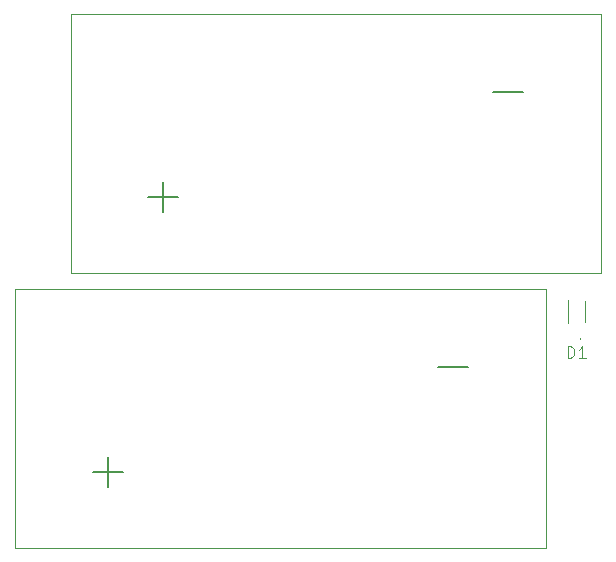
<source format=gbr>
%TF.GenerationSoftware,KiCad,Pcbnew,7.0.10*%
%TF.CreationDate,2024-04-17T22:45:22-04:00*%
%TF.ProjectId,pv1,7076312e-6b69-4636-9164-5f7063625858,rev?*%
%TF.SameCoordinates,Original*%
%TF.FileFunction,Legend,Top*%
%TF.FilePolarity,Positive*%
%FSLAX46Y46*%
G04 Gerber Fmt 4.6, Leading zero omitted, Abs format (unit mm)*
G04 Created by KiCad (PCBNEW 7.0.10) date 2024-04-17 22:45:22*
%MOMM*%
%LPD*%
G01*
G04 APERTURE LIST*
%ADD10C,0.100000*%
%ADD11C,0.200000*%
G04 APERTURE END LIST*
D10*
X146961905Y-129257419D02*
X146961905Y-128257419D01*
X146961905Y-128257419D02*
X147200000Y-128257419D01*
X147200000Y-128257419D02*
X147342857Y-128305038D01*
X147342857Y-128305038D02*
X147438095Y-128400276D01*
X147438095Y-128400276D02*
X147485714Y-128495514D01*
X147485714Y-128495514D02*
X147533333Y-128685990D01*
X147533333Y-128685990D02*
X147533333Y-128828847D01*
X147533333Y-128828847D02*
X147485714Y-129019323D01*
X147485714Y-129019323D02*
X147438095Y-129114561D01*
X147438095Y-129114561D02*
X147342857Y-129209800D01*
X147342857Y-129209800D02*
X147200000Y-129257419D01*
X147200000Y-129257419D02*
X146961905Y-129257419D01*
X148485714Y-129257419D02*
X147914286Y-129257419D01*
X148200000Y-129257419D02*
X148200000Y-128257419D01*
X148200000Y-128257419D02*
X148104762Y-128400276D01*
X148104762Y-128400276D02*
X148009524Y-128495514D01*
X148009524Y-128495514D02*
X147914286Y-128543133D01*
D11*
%TO.C,PV1*%
X111450000Y-115590000D02*
X113990000Y-115590000D01*
X112720000Y-114320000D02*
X112720000Y-116860000D01*
X140660000Y-106700000D02*
X143200000Y-106700000D01*
D10*
X104900000Y-100150000D02*
X149800000Y-100150000D01*
X149800000Y-100150000D02*
X149800000Y-122050000D01*
X149800000Y-122050000D02*
X104900000Y-122050000D01*
X104900000Y-122050000D02*
X104900000Y-100150000D01*
%TO.C,D1*%
X148000000Y-127650000D02*
X148000000Y-127650000D01*
X148000000Y-127550000D02*
X148000000Y-127550000D01*
X147000000Y-126300000D02*
X147000000Y-124350000D01*
X148400000Y-126250000D02*
X148400000Y-124450000D01*
X148000000Y-127550000D02*
G75*
G03*
X148000000Y-127650000I0J-50000D01*
G01*
X148000000Y-127650000D02*
G75*
G03*
X148000000Y-127550000I0J50000D01*
G01*
D11*
%TO.C,PV2*%
X106750000Y-138890000D02*
X109290000Y-138890000D01*
X108020000Y-137620000D02*
X108020000Y-140160000D01*
X135960000Y-130000000D02*
X138500000Y-130000000D01*
D10*
X100200000Y-123450000D02*
X145100000Y-123450000D01*
X145100000Y-123450000D02*
X145100000Y-145350000D01*
X145100000Y-145350000D02*
X100200000Y-145350000D01*
X100200000Y-145350000D02*
X100200000Y-123450000D01*
%TD*%
M02*

</source>
